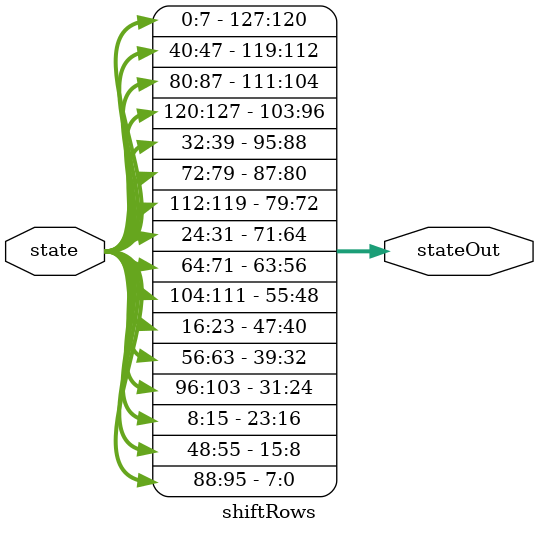
<source format=v>
module shiftRows(	input [0:127] state,			// unsigned 16-byte message to be encrypted in shiftRows
					output [0:127] stateOut);	// unsigned 16-byte encrypted message after shiftRows
				
	assign stateOut[0:7] = state[0:7];
	assign stateOut[8:15] = state[40:47];
	assign stateOut[16:23] = state[80:87];
	assign stateOut[24:31] = state[120:127];
	assign stateOut[32:39] = state[32:39];
	assign stateOut[40:47] = state[72:79];
	assign stateOut[48:55] = state[112:119];
	assign stateOut[56:63] = state[24:31];
	assign stateOut[64:71] = state[64:71];
	assign stateOut[72:79] = state[104:111];
	assign stateOut[80:87] = state[16:23];				
	assign stateOut[88:95] = state[56:63];				
	assign stateOut[96:103] = state[96:103];
	assign stateOut[104:111] = state[8:15];
	assign stateOut[112:119] = state[48:55];
	assign stateOut[120:127] = state[88:95];		
					
endmodule
</source>
